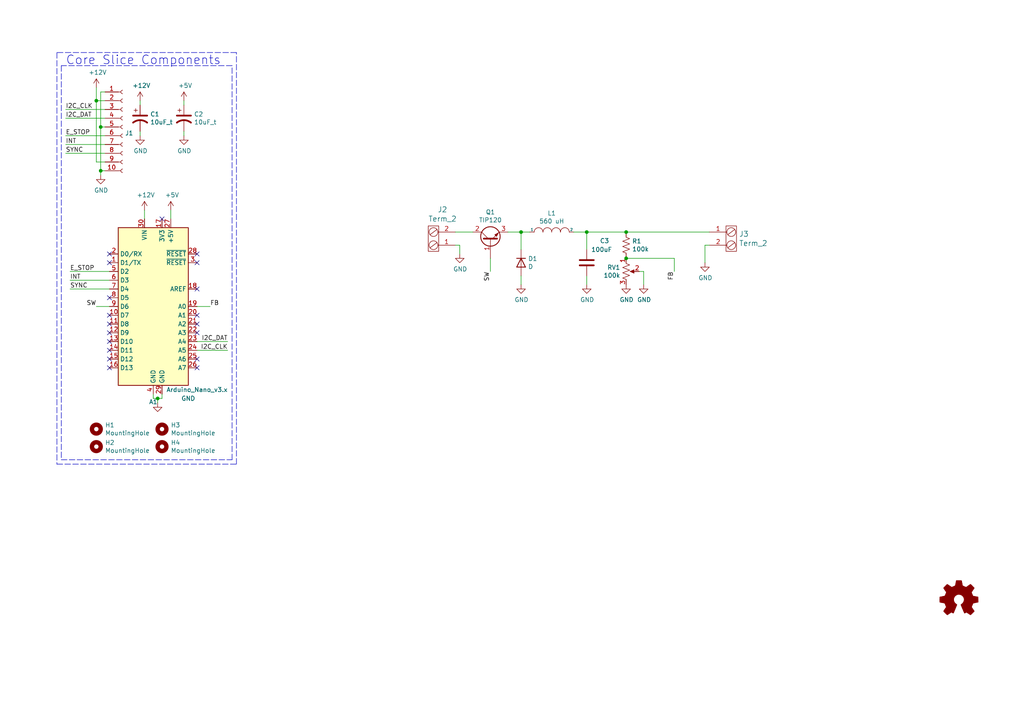
<source format=kicad_sch>
(kicad_sch (version 20231120) (generator "eeschema") (generator_version "8.0")
  (paper "A4")
  (lib_symbols
    (symbol "BREAD_Slice-rescue:+12V-power" (power) (pin_names (offset 0))
      (property "Value" "power_+12V" (at 0 3.556 0))
      (symbol "+12V-power_0_1"
        (polyline (pts (xy -0.762 1.27) (xy 0 2.54)))
        (polyline (pts (xy 0 0) (xy 0 2.54)))
        (polyline (pts (xy 0 2.54) (xy 0.762 1.27)))
      )
      (symbol "+12V-power_1_1"
        (pin power_in line (at 0 0 90) (length 0) hide (name "+12V") (number "1"))
      )
    )
    (symbol "BREAD_Slice-rescue:+5V-power" (power) (pin_names (offset 0))
      (property "Value" "power_+5V" (at 0 3.556 0))
      (symbol "+5V-power_0_1"
        (polyline (pts (xy -0.762 1.27) (xy 0 2.54)))
        (polyline (pts (xy 0 0) (xy 0 2.54)))
        (polyline (pts (xy 0 2.54) (xy 0.762 1.27)))
      )
      (symbol "+5V-power_1_1"
        (pin power_in line (at 0 0 90) (length 0) hide (name "+5V") (number "1"))
      )
    )
    (symbol "BREAD_Slice-rescue:10uF_t-OCI_UPL_2_Capacitors" (pin_numbers hide) (pin_names (offset 0.254) hide)
      (property "Reference" "C" (at 0.635 2.54 0))
      (property "Value" "OCI_UPL_2_Capacitors_10uF_t" (at 0.635 -2.54 0))
      (symbol "10uF_t-OCI_UPL_2_Capacitors_0_1"
        (polyline (pts (xy -2.032 0.762) (xy 2.032 0.762)) (stroke (width 0.508)))
        (polyline (pts (xy -1.778 2.286) (xy -0.762 2.286)))
        (polyline (pts (xy -1.27 1.778) (xy -1.27 2.794)))
        (arc (start 2.032 -1.27) (mid 0 -0.5572) (end -2.032 -1.27) (stroke (width 0.508)))
      )
      (symbol "10uF_t-OCI_UPL_2_Capacitors_1_1"
        (pin passive line (at 0 3.81 270) (length 2.794) (name "~") (number "1"))
        (pin passive line (at 0 -3.81 90) (length 3.302) (name "~") (number "2"))
      )
    )
    (symbol "BREAD_Slice-rescue:Conn_01x10_Female-Connector" (pin_names (offset 1.016) hide)
      (property "Reference" "J" (at 0 12.7 0))
      (property "Value" "Connector_Conn_01x10_Female" (at 0 -15.24 0))
      (symbol "Conn_01x10_Female-Connector_1_1"
        (arc (start 0 -12.192) (mid -0.508 -12.7) (end 0 -13.208) (stroke (width 0.1524)))
        (arc (start 0 -9.652) (mid -0.508 -10.16) (end 0 -10.668) (stroke (width 0.1524)))
        (arc (start 0 -7.112) (mid -0.508 -7.62) (end 0 -8.128) (stroke (width 0.1524)))
        (arc (start 0 -4.572) (mid -0.508 -5.08) (end 0 -5.588) (stroke (width 0.1524)))
        (arc (start 0 -2.032) (mid -0.508 -2.54) (end 0 -3.048) (stroke (width 0.1524)))
        (polyline (pts (xy -1.27 -12.7) (xy -0.508 -12.7)) (stroke (width 0.1524)))
        (polyline (pts (xy -1.27 -10.16) (xy -0.508 -10.16)) (stroke (width 0.1524)))
        (polyline (pts (xy -1.27 -7.62) (xy -0.508 -7.62)) (stroke (width 0.1524)))
        (polyline (pts (xy -1.27 -5.08) (xy -0.508 -5.08)) (stroke (width 0.1524)))
        (polyline (pts (xy -1.27 -2.54) (xy -0.508 -2.54)) (stroke (width 0.1524)))
        (polyline (pts (xy -1.27 0) (xy -0.508 0)) (stroke (width 0.1524)))
        (polyline (pts (xy -1.27 2.54) (xy -0.508 2.54)) (stroke (width 0.1524)))
        (polyline (pts (xy -1.27 5.08) (xy -0.508 5.08)) (stroke (width 0.1524)))
        (polyline (pts (xy -1.27 7.62) (xy -0.508 7.62)) (stroke (width 0.1524)))
        (polyline (pts (xy -1.27 10.16) (xy -0.508 10.16)) (stroke (width 0.1524)))
        (arc (start 0 0.508) (mid -0.508 0) (end 0 -0.508) (stroke (width 0.1524)))
        (arc (start 0 3.048) (mid -0.508 2.54) (end 0 2.032) (stroke (width 0.1524)))
        (arc (start 0 5.588) (mid -0.508 5.08) (end 0 4.572) (stroke (width 0.1524)))
        (arc (start 0 8.128) (mid -0.508 7.62) (end 0 7.112) (stroke (width 0.1524)))
        (arc (start 0 10.668) (mid -0.508 10.16) (end 0 9.652) (stroke (width 0.1524)))
        (pin passive line (at -5.08 10.16 0) (length 3.81) (name "Pin_1") (number "1"))
        (pin passive line (at -5.08 -12.7 0) (length 3.81) (name "Pin_10") (number "10"))
        (pin passive line (at -5.08 7.62 0) (length 3.81) (name "Pin_2") (number "2"))
        (pin passive line (at -5.08 5.08 0) (length 3.81) (name "Pin_3") (number "3"))
        (pin passive line (at -5.08 2.54 0) (length 3.81) (name "Pin_4") (number "4"))
        (pin passive line (at -5.08 0 0) (length 3.81) (name "Pin_5") (number "5"))
        (pin passive line (at -5.08 -2.54 0) (length 3.81) (name "Pin_6") (number "6"))
        (pin passive line (at -5.08 -5.08 0) (length 3.81) (name "Pin_7") (number "7"))
        (pin passive line (at -5.08 -7.62 0) (length 3.81) (name "Pin_8") (number "8"))
        (pin passive line (at -5.08 -10.16 0) (length 3.81) (name "Pin_9") (number "9"))
      )
    )
    (symbol "BREAD_Slice-rescue:GND-power" (power) (pin_names (offset 0))
      (property "Value" "power_GND" (at 0 -3.81 0))
      (symbol "GND-power_0_1"
        (polyline (pts (xy 0 0) (xy 0 -1.27) (xy 1.27 -1.27) (xy 0 -2.54) (xy -1.27 -1.27) (xy 0 -1.27)))
      )
      (symbol "GND-power_1_1"
        (pin power_in line (at 0 0 270) (length 0) hide (name "GND") (number "1"))
      )
    )
    (symbol "BREAD_Slice-rescue:INDUCTOR-pspice" (pin_numbers hide) (pin_names (offset 0))
      (property "Reference" "L" (at 0 2.54 0))
      (property "Value" "pspice_INDUCTOR" (at 0 -1.27 0))
      (symbol "INDUCTOR-pspice_0_1"
        (arc (start -2.54 0) (mid -3.81 1.27) (end -5.08 0))
        (arc (start 0 0) (mid -1.27 1.27) (end -2.54 0))
        (arc (start 2.54 0) (mid 1.27 1.27) (end 0 0))
        (arc (start 5.08 0) (mid 3.81 1.27) (end 2.54 0))
      )
      (symbol "INDUCTOR-pspice_1_1"
        (pin input line (at -6.35 0 0) (length 1.27) (name "1") (number "1"))
        (pin input line (at 6.35 0 180) (length 1.27) (name "2") (number "2"))
      )
    )
    (symbol "BREAD_Slice-rescue:R_POT_US-Device" (pin_names (offset 1.016) hide)
      (property "Reference" "RV" (at -4.445 0 90))
      (property "Value" "Device_R_POT_US" (at -2.54 0 90))
      (symbol "R_POT_US-Device_0_1"
        (polyline (pts (xy 0 -2.286) (xy 0 -2.54)))
        (polyline (pts (xy 0 2.54) (xy 0 2.286)))
        (polyline (pts (xy 2.54 0) (xy 1.524 0)))
        (polyline (pts (xy 1.143 0) (xy 2.286 0.508) (xy 2.286 -0.508) (xy 1.143 0)) (fill (type outline)))
        (polyline (pts (xy 0 -0.762) (xy 1.016 -1.143) (xy 0 -1.524) (xy -1.016 -1.905) (xy 0 -2.286)))
        (polyline (pts (xy 0 0.762) (xy 1.016 0.381) (xy 0 0) (xy -1.016 -0.381) (xy 0 -0.762)))
        (polyline (pts (xy 0 2.286) (xy 1.016 1.905) (xy 0 1.524) (xy -1.016 1.143) (xy 0 0.762)))
      )
      (symbol "R_POT_US-Device_1_1"
        (pin passive line (at 0 3.81 270) (length 1.27) (name "1") (number "1"))
        (pin passive line (at 3.81 0 180) (length 1.27) (name "2") (number "2"))
        (pin passive line (at 0 -3.81 90) (length 1.27) (name "3") (number "3"))
      )
    )
    (symbol "BREAD_Slice-rescue:TIP120-OCI_UPL_4_Semiconductors" (pin_names (offset 0) hide)
      (property "Reference" "Q" (at 7.62 1.27 0))
      (property "Value" "OCI_UPL_4_Semiconductors_TIP120" (at 15.24 -1.27 0))
      (symbol "TIP120-OCI_UPL_4_Semiconductors_0_1"
        (polyline (pts (xy 0.635 0.635) (xy 2.54 2.54)))
        (polyline (pts (xy 0.635 -0.635) (xy 2.54 -2.54) (xy 2.54 -2.54)))
        (polyline (pts (xy 0.635 1.905) (xy 0.635 -1.905) (xy 0.635 -1.905)) (stroke (width 0.508)))
        (polyline (pts (xy 1.27 -1.778) (xy 1.778 -1.27) (xy 2.286 -2.286) (xy 1.27 -1.778) (xy 1.27 -1.778)) (fill (type outline)))
        (circle (center 1.27 0) (radius 2.8194) (stroke (width 0.254)))
      )
      (symbol "TIP120-OCI_UPL_4_Semiconductors_1_1"
        (pin input line (at -5.08 0 0) (length 5.715) (name "B") (number "1"))
        (pin passive line (at 2.54 5.08 270) (length 2.54) (name "C") (number "2"))
        (pin passive line (at 2.54 -5.08 90) (length 2.54) (name "E") (number "3"))
      )
    )
    (symbol "BREAD_Slice-rescue:Term_2-OCI_UPL_10_Connectors" (pin_names (offset 1.016))
      (property "Reference" "J" (at 3.81 1.27 0))
      (property "Value" "OCI_UPL_10_Connectors_Term_2" (at 6.35 3.81 0))
      (symbol "Term_2-OCI_UPL_10_Connectors_0_1"
        (rectangle (start -1.524 5.588) (end 1.524 -1.778))
        (polyline (pts (xy -1.016 -0.762) (xy 1.016 0.762)))
        (polyline (pts (xy -1.016 3.048) (xy 1.016 4.572)))
        (circle (center 0 0) (radius 1.27))
        (circle (center 0 3.81) (radius 1.27))
      )
      (symbol "Term_2-OCI_UPL_10_Connectors_1_1"
        (pin input line (at -6.35 3.81 0) (length 5.08) (name "~") (number "1"))
        (pin input line (at -6.35 0 0) (length 5.08) (name "~") (number "2"))
      )
    )
    (symbol "Device:C" (pin_numbers hide) (pin_names (offset 0.254))
      (property "Reference" "C" (at 0.635 2.54 0))
      (property "Value" "C" (at 0.635 -2.54 0))
      (symbol "C_0_1"
        (polyline (pts (xy -2.032 -0.762) (xy 2.032 -0.762)) (stroke (width 0.508)))
        (polyline (pts (xy -2.032 0.762) (xy 2.032 0.762)) (stroke (width 0.508)))
      )
      (symbol "C_1_1"
        (pin passive line (at 0 3.81 270) (length 2.794) (name "~") (number "1"))
        (pin passive line (at 0 -3.81 90) (length 2.794) (name "~") (number "2"))
      )
    )
    (symbol "Device:D" (pin_numbers hide) (pin_names (offset 1.016) hide)
      (property "Reference" "D" (at 0 2.54 0))
      (property "Value" "D" (at 0 -2.54 0))
      (symbol "D_0_1"
        (polyline (pts (xy -1.27 1.27) (xy -1.27 -1.27)) (stroke (width 0.254)))
        (polyline (pts (xy 1.27 0) (xy -1.27 0)))
        (polyline (pts (xy 1.27 1.27) (xy 1.27 -1.27) (xy -1.27 0) (xy 1.27 1.27)) (stroke (width 0.254)))
      )
      (symbol "D_1_1"
        (pin passive line (at -3.81 0 0) (length 2.54) (name "K") (number "1"))
        (pin passive line (at 3.81 0 180) (length 2.54) (name "A") (number "2"))
      )
    )
    (symbol "Device:R_US" (pin_numbers hide) (pin_names (offset 0))
      (property "Reference" "R" (at 2.54 0 90))
      (property "Value" "R_US" (at -2.54 0 90))
      (symbol "R_US_0_1"
        (polyline (pts (xy 0 -2.286) (xy 0 -2.54)))
        (polyline (pts (xy 0 2.286) (xy 0 2.54)))
        (polyline (pts (xy 0 -0.762) (xy 1.016 -1.143) (xy 0 -1.524) (xy -1.016 -1.905) (xy 0 -2.286)))
        (polyline (pts (xy 0 0.762) (xy 1.016 0.381) (xy 0 0) (xy -1.016 -0.381) (xy 0 -0.762)))
        (polyline (pts (xy 0 2.286) (xy 1.016 1.905) (xy 0 1.524) (xy -1.016 1.143) (xy 0 0.762)))
      )
      (symbol "R_US_1_1"
        (pin passive line (at 0 3.81 270) (length 1.27) (name "~") (number "1"))
        (pin passive line (at 0 -3.81 90) (length 1.27) (name "~") (number "2"))
      )
    )
    (symbol "Graphic:Logo_Open_Hardware_Small" (in_bom no) (on_board no)
      (symbol "Logo_Open_Hardware_Small_0_1"
        (polyline (pts (xy 3.3528 -4.3434) (xy 3.302 -4.318) (xy 3.175 -4.2418) (xy 2.9972 -4.1148) (xy 2.7686 -3.9624) (xy 2.54 -3.81) (xy 2.3622 -3.7084) (xy 2.2352 -3.6068) (xy 2.1844 -3.5814) (xy 2.159 -3.6068) (xy 2.0574 -3.6576) (xy 1.905 -3.7338) (xy 1.8034 -3.7846) (xy 1.6764 -3.8354) (xy 1.6002 -3.8354) (xy 1.6002 -3.8354) (xy 1.5494 -3.7338) (xy 1.4732 -3.5306) (xy 1.3462 -3.302) (xy 1.2446 -3.0226) (xy 1.1176 -2.7178) (xy 0.9652 -2.413) (xy 0.8636 -2.1082) (xy 0.7366 -1.8288) (xy 0.6604 -1.6256) (xy 0.6096 -1.4732) (xy 0.5842 -1.397) (xy 0.5842 -1.397) (xy 0.6604 -1.3208) (xy 0.7874 -1.2446) (xy 1.0414 -1.016) (xy 1.2954 -0.6858) (xy 1.4478 -0.3302) (xy 1.524 0.0762) (xy 1.4732 0.4572) (xy 1.3208 0.8128) (xy 1.0668 1.143) (xy 0.762 1.3716) (xy 0.4064 1.524) (xy 0 1.5748) (xy -0.381 1.5494) (xy -0.7366 1.397) (xy -1.0668 1.143) (xy -1.2192 0.9906) (xy -1.397 0.6604) (xy -1.524 0.3048) (xy -1.524 0.2286) (xy -1.4986 -0.1778) (xy -1.397 -0.5334) (xy -1.1938 -0.8636) (xy -0.9144 -1.143) (xy -0.8636 -1.1684) (xy -0.7366 -1.27) (xy -0.635 -1.3462) (xy -0.5842 -1.397) (xy -1.0668 -2.5908) (xy -1.143 -2.794) (xy -1.2954 -3.1242) (xy -1.397 -3.4036) (xy -1.4986 -3.6322) (xy -1.5748 -3.7846) (xy -1.6002 -3.8354) (xy -1.6002 -3.8354) (xy -1.651 -3.8354) (xy -1.7272 -3.81) (xy -1.905 -3.7338) (xy -2.0066 -3.683) (xy -2.1336 -3.6068) (xy -2.2098 -3.5814) (xy -2.2606 -3.6068) (xy -2.3622 -3.683) (xy -2.54 -3.81) (xy -2.7686 -3.9624) (xy -2.9718 -4.0894) (xy -3.1496 -4.2164) (xy -3.302 -4.318) (xy -3.3528 -4.3434) (xy -3.3782 -4.3434) (xy -3.429 -4.318) (xy -3.5306 -4.2164) (xy -3.7084 -4.064) (xy -3.937 -3.8354) (xy -3.9624 -3.81) (xy -4.1656 -3.6068) (xy -4.318 -3.4544) (xy -4.4196 -3.3274) (xy -4.445 -3.2766) (xy -4.445 -3.2766) (xy -4.4196 -3.2258) (xy -4.318 -3.0734) (xy -4.2164 -2.8956) (xy -4.064 -2.667) (xy -3.6576 -2.0828) (xy -3.8862 -1.5494) (xy -3.937 -1.3716) (xy -4.0386 -1.1684) (xy -4.0894 -1.0414) (xy -4.1148 -0.9652) (xy -4.191 -0.9398) (xy -4.318 -0.9144) (xy -4.5466 -0.8636) (xy -4.8006 -0.8128) (xy -5.0546 -0.7874) (xy -5.2578 -0.7366) (xy -5.4356 -0.7112) (xy -5.5118 -0.6858) (xy -5.5118 -0.6858) (xy -5.5372 -0.635) (xy -5.5372 -0.5588) (xy -5.5372 -0.4318) (xy -5.5626 -0.2286) (xy -5.5626 0.0762) (xy -5.5626 0.127) (xy -5.5372 0.4064) (xy -5.5372 0.635) (xy -5.5372 0.762) (xy -5.5372 0.8382) (xy -5.5372 0.8382) (xy -5.461 0.8382) (xy -5.3086 0.889) (xy -5.08 0.9144) (xy -4.826 0.9652) (xy -4.8006 0.9906) (xy -4.5466 1.0414) (xy -4.318 1.0668) (xy -4.1656 1.1176) (xy -4.0894 1.143) (xy -4.0894 1.143) (xy -4.0386 1.2446) (xy -3.9624 1.4224) (xy -3.8608 1.6256) (xy -3.7846 1.8288) (xy -3.7084 2.0066) (xy -3.6576 2.159) (xy -3.6322 2.2098) (xy -3.6322 2.2098) (xy -3.683 2.286) (xy -3.7592 2.413) (xy -3.8862 2.5908) (xy -4.064 2.8194) (xy -4.064 2.8448) (xy -4.2164 3.0734) (xy -4.3434 3.2512) (xy -4.4196 3.3782) (xy -4.445 3.4544) (xy -4.445 3.4544) (xy -4.3942 3.5052) (xy -4.2926 3.6322) (xy -4.1148 3.81) (xy -3.937 4.0132) (xy -3.8608 4.064) (xy -3.6576 4.2926) (xy -3.5052 4.4196) (xy -3.4036 4.4958) (xy -3.3528 4.5212) (xy -3.3528 4.5212) (xy -3.302 4.4704) (xy -3.1496 4.3688) (xy -2.9718 4.2418) (xy -2.7432 4.0894) (xy -2.7178 4.0894) (xy -2.4892 3.937) (xy -2.3114 3.81) (xy -2.1844 3.7084) (xy -2.1336 3.683) (xy -2.1082 3.683) (xy -2.032 3.7084) (xy -1.8542 3.7592) (xy -1.6764 3.8354) (xy -1.4732 3.937) (xy -1.27 4.0132) (xy -1.143 4.064) (xy -1.0668 4.1148) (xy -1.0668 4.1148) (xy -1.0414 4.191) (xy -1.016 4.3434) (xy -0.9652 4.572) (xy -0.9144 4.8514) (xy -0.889 4.9022) (xy -0.8382 5.1562) (xy -0.8128 5.3848) (xy -0.7874 5.5372) (xy -0.762 5.588) (xy -0.7112 5.6134) (xy -0.5842 5.6134) (xy -0.4064 5.6134) (xy -0.1524 5.6134) (xy 0.0762 5.6134) (xy 0.3302 5.6134) (xy 0.5334 5.6134) (xy 0.6858 5.588) (xy 0.7366 5.588) (xy 0.7366 5.588) (xy 0.762 5.5118) (xy 0.8128 5.334) (xy 0.8382 5.1054) (xy 0.9144 4.826) (xy 0.9144 4.7752) (xy 0.9652 4.5212) (xy 1.016 4.2926) (xy 1.0414 4.1402) (xy 1.0668 4.0894) (xy 1.0668 4.0894) (xy 1.1938 4.0386) (xy 1.3716 3.9624) (xy 1.5748 3.8608) (xy 2.0828 3.6576) (xy 2.7178 4.0894) (xy 2.7686 4.1402) (xy 2.9972 4.2926) (xy 3.175 4.4196) (xy 3.302 4.4958) (xy 3.3782 4.5212) (xy 3.3782 4.5212) (xy 3.429 4.4704) (xy 3.556 4.3434) (xy 3.7338 4.191) (xy 3.9116 3.9878) (xy 4.064 3.8354) (xy 4.2418 3.6576) (xy 4.3434 3.556) (xy 4.4196 3.4798) (xy 4.4196 3.429) (xy 4.4196 3.4036) (xy 4.3942 3.3274) (xy 4.2926 3.2004) (xy 4.1656 2.9972) (xy 4.0132 2.794) (xy 3.8862 2.5908) (xy 3.7592 2.3876) (xy 3.6576 2.2352) (xy 3.6322 2.159) (xy 3.6322 2.1336) (xy 3.683 2.0066) (xy 3.7592 1.8288) (xy 3.8608 1.6002) (xy 4.064 1.1176) (xy 4.3942 1.0414) (xy 4.5974 1.016) (xy 4.8768 0.9652) (xy 5.1308 0.9144) (xy 5.5372 0.8382) (xy 5.5626 -0.6604) (xy 5.4864 -0.6858) (xy 5.4356 -0.6858) (xy 5.2832 -0.7366) (xy 5.0546 -0.762) (xy 4.8006 -0.8128) (xy 4.5974 -0.8636) (xy 4.3688 -0.9144) (xy 4.2164 -0.9398) (xy 4.1402 -0.9398) (xy 4.1148 -0.9652) (xy 4.064 -1.0668) (xy 3.9878 -1.2446) (xy 3.9116 -1.4478) (xy 3.81 -1.651) (xy 3.7338 -1.8542) (xy 3.683 -2.0066) (xy 3.6576 -2.0828) (xy 3.683 -2.1336) (xy 3.7846 -2.2606) (xy 3.8862 -2.4638) (xy 4.0386 -2.667) (xy 4.191 -2.8956) (xy 4.318 -3.0734) (xy 4.3942 -3.2004) (xy 4.445 -3.2766) (xy 4.4196 -3.3274) (xy 4.3434 -3.429) (xy 4.1656 -3.5814) (xy 3.937 -3.8354) (xy 3.8862 -3.8608) (xy 3.683 -4.064) (xy 3.5306 -4.2164) (xy 3.4036 -4.318) (xy 3.3528 -4.3434)) (fill (type outline)))
      )
    )
    (symbol "MCU_Module:Arduino_Nano_v3.x"
      (property "Reference" "A" (at -10.16 23.495 0))
      (property "Value" "Arduino_Nano_v3.x" (at 5.08 -24.13 0))
      (symbol "Arduino_Nano_v3.x_0_1"
        (rectangle (start -10.16 22.86) (end 10.16 -22.86) (stroke (width 0.254)) (fill (type background)))
      )
      (symbol "Arduino_Nano_v3.x_1_1"
        (pin bidirectional line (at -12.7 12.7 0) (length 2.54) (name "D1/TX") (number "1"))
        (pin bidirectional line (at -12.7 -2.54 0) (length 2.54) (name "D7") (number "10"))
        (pin bidirectional line (at -12.7 -5.08 0) (length 2.54) (name "D8") (number "11"))
        (pin bidirectional line (at -12.7 -7.62 0) (length 2.54) (name "D9") (number "12"))
        (pin bidirectional line (at -12.7 -10.16 0) (length 2.54) (name "D10") (number "13"))
        (pin bidirectional line (at -12.7 -12.7 0) (length 2.54) (name "D11") (number "14"))
        (pin bidirectional line (at -12.7 -15.24 0) (length 2.54) (name "D12") (number "15"))
        (pin bidirectional line (at -12.7 -17.78 0) (length 2.54) (name "D13") (number "16"))
        (pin power_out line (at 2.54 25.4 270) (length 2.54) (name "3V3") (number "17"))
        (pin input line (at 12.7 5.08 180) (length 2.54) (name "AREF") (number "18"))
        (pin bidirectional line (at 12.7 0 180) (length 2.54) (name "A0") (number "19"))
        (pin bidirectional line (at -12.7 15.24 0) (length 2.54) (name "D0/RX") (number "2"))
        (pin bidirectional line (at 12.7 -2.54 180) (length 2.54) (name "A1") (number "20"))
        (pin bidirectional line (at 12.7 -5.08 180) (length 2.54) (name "A2") (number "21"))
        (pin bidirectional line (at 12.7 -7.62 180) (length 2.54) (name "A3") (number "22"))
        (pin bidirectional line (at 12.7 -10.16 180) (length 2.54) (name "A4") (number "23"))
        (pin bidirectional line (at 12.7 -12.7 180) (length 2.54) (name "A5") (number "24"))
        (pin bidirectional line (at 12.7 -15.24 180) (length 2.54) (name "A6") (number "25"))
        (pin bidirectional line (at 12.7 -17.78 180) (length 2.54) (name "A7") (number "26"))
        (pin power_out line (at 5.08 25.4 270) (length 2.54) (name "+5V") (number "27"))
        (pin input line (at 12.7 15.24 180) (length 2.54) (name "~{RESET}") (number "28"))
        (pin power_in line (at 2.54 -25.4 90) (length 2.54) (name "GND") (number "29"))
        (pin input line (at 12.7 12.7 180) (length 2.54) (name "~{RESET}") (number "3"))
        (pin power_in line (at -2.54 25.4 270) (length 2.54) (name "VIN") (number "30"))
        (pin power_in line (at 0 -25.4 90) (length 2.54) (name "GND") (number "4"))
        (pin bidirectional line (at -12.7 10.16 0) (length 2.54) (name "D2") (number "5"))
        (pin bidirectional line (at -12.7 7.62 0) (length 2.54) (name "D3") (number "6"))
        (pin bidirectional line (at -12.7 5.08 0) (length 2.54) (name "D4") (number "7"))
        (pin bidirectional line (at -12.7 2.54 0) (length 2.54) (name "D5") (number "8"))
        (pin bidirectional line (at -12.7 0 0) (length 2.54) (name "D6") (number "9"))
      )
    )
    (symbol "Mechanical:MountingHole" (pin_names (offset 1.016)) (exclude_from_sim yes) (in_bom no)
      (property "Reference" "H" (at 0 5.08 0))
      (property "Value" "MountingHole" (at 0 3.175 0))
      (symbol "MountingHole_0_1"
        (circle (center 0 0) (radius 1.27) (stroke (width 1.27)))
      )
    )
  )
  (junction (at 181.61 74.93))
  (junction (at 45.72 115.57))
  (junction (at 151.13 67.31))
  (junction (at 29.21 36.83))
  (junction (at 27.94 29.21))
  (junction (at 181.61 67.31))
  (junction (at 29.21 49.53))
  (junction (at 170.18 67.31))
  (no_connect (at 57.15 76.2))
  (no_connect (at 31.75 96.52))
  (no_connect (at 31.75 91.44))
  (no_connect (at 57.15 91.44))
  (no_connect (at 46.99 63.5))
  (no_connect (at 31.75 101.6))
  (no_connect (at 31.75 86.36))
  (no_connect (at 31.75 104.14))
  (no_connect (at 57.15 83.82))
  (no_connect (at 31.75 76.2))
  (no_connect (at 57.15 73.66))
  (no_connect (at 57.15 93.98))
  (no_connect (at 31.75 93.98))
  (no_connect (at 31.75 99.06))
  (no_connect (at 57.15 106.68))
  (no_connect (at 31.75 73.66))
  (no_connect (at 31.75 106.68))
  (no_connect (at 57.15 96.52))
  (no_connect (at 57.15 104.14))
  (wire (pts (xy 30.48 36.83) (xy 29.21 36.83)))
  (polyline (pts (xy 67.31 133.35) (xy 67.31 19.05)) (stroke (width 0) (type dash)))
  (wire (pts (xy 53.34 30.48) (xy 53.34 29.21)))
  (polyline (pts (xy 67.31 19.05) (xy 17.78 19.05)) (stroke (width 0) (type dash)))
  (wire (pts (xy 30.48 46.99) (xy 27.94 46.99)))
  (wire (pts (xy 170.18 67.31) (xy 181.61 67.31)))
  (wire (pts (xy 30.48 49.53) (xy 29.21 49.53)))
  (wire (pts (xy 45.72 115.57) (xy 46.99 115.57)))
  (wire (pts (xy 30.48 31.75) (xy 19.05 31.75)))
  (wire (pts (xy 40.64 30.48) (xy 40.64 29.21)))
  (wire (pts (xy 27.94 25.4) (xy 27.94 29.21)))
  (wire (pts (xy 40.64 39.37) (xy 40.64 38.1)))
  (polyline (pts (xy 68.58 134.62) (xy 68.58 15.24)) (stroke (width 0) (type dash)))
  (wire (pts (xy 166.37 67.31) (xy 170.18 67.31)))
  (wire (pts (xy 147.32 67.31) (xy 151.13 67.31)))
  (wire (pts (xy 27.94 46.99) (xy 27.94 29.21)))
  (wire (pts (xy 142.24 78.74) (xy 142.24 74.93)))
  (wire (pts (xy 132.08 71.12) (xy 133.35 71.12)))
  (polyline (pts (xy 16.51 134.62) (xy 68.58 134.62)) (stroke (width 0) (type dash)))
  (wire (pts (xy 151.13 72.39) (xy 151.13 67.31)))
  (wire (pts (xy 186.69 78.74) (xy 186.69 82.55)))
  (wire (pts (xy 27.94 29.21) (xy 30.48 29.21)))
  (wire (pts (xy 44.45 114.3) (xy 44.45 115.57)))
  (wire (pts (xy 29.21 26.67) (xy 30.48 26.67)))
  (wire (pts (xy 181.61 74.93) (xy 195.58 74.93)))
  (wire (pts (xy 19.05 34.29) (xy 30.48 34.29)))
  (wire (pts (xy 60.96 88.9) (xy 57.15 88.9)))
  (wire (pts (xy 49.53 60.96) (xy 49.53 63.5)))
  (polyline (pts (xy 16.51 15.24) (xy 16.51 134.62)) (stroke (width 0) (type dash)))
  (polyline (pts (xy 17.78 133.35) (xy 67.31 133.35)) (stroke (width 0) (type dash)))
  (wire (pts (xy 20.32 81.28) (xy 31.75 81.28)))
  (wire (pts (xy 170.18 80.01) (xy 170.18 82.55)))
  (wire (pts (xy 53.34 39.37) (xy 53.34 38.1)))
  (wire (pts (xy 132.08 67.31) (xy 137.16 67.31)))
  (wire (pts (xy 31.75 78.74) (xy 20.32 78.74)))
  (wire (pts (xy 45.72 115.57) (xy 45.72 116.84)))
  (wire (pts (xy 30.48 39.37) (xy 19.05 39.37)))
  (wire (pts (xy 133.35 71.12) (xy 133.35 73.66)))
  (wire (pts (xy 181.61 67.31) (xy 205.74 67.31)))
  (polyline (pts (xy 17.78 19.05) (xy 17.78 133.35)) (stroke (width 0) (type dash)))
  (wire (pts (xy 205.74 71.12) (xy 204.47 71.12)))
  (wire (pts (xy 29.21 36.83) (xy 29.21 26.67)))
  (wire (pts (xy 19.05 44.45) (xy 30.48 44.45)))
  (wire (pts (xy 31.75 88.9) (xy 27.94 88.9)))
  (wire (pts (xy 151.13 82.55) (xy 151.13 80.01)))
  (wire (pts (xy 151.13 67.31) (xy 153.67 67.31)))
  (wire (pts (xy 195.58 74.93) (xy 195.58 78.74)))
  (wire (pts (xy 204.47 71.12) (xy 204.47 76.2)))
  (wire (pts (xy 57.15 101.6) (xy 66.04 101.6)))
  (wire (pts (xy 19.05 41.91) (xy 30.48 41.91)))
  (wire (pts (xy 66.04 99.06) (xy 57.15 99.06)))
  (wire (pts (xy 29.21 49.53) (xy 29.21 36.83)))
  (wire (pts (xy 44.45 115.57) (xy 45.72 115.57)))
  (wire (pts (xy 41.91 60.96) (xy 41.91 63.5)))
  (wire (pts (xy 170.18 72.39) (xy 170.18 67.31)))
  (wire (pts (xy 46.99 115.57) (xy 46.99 114.3)))
  (polyline (pts (xy 68.58 15.24) (xy 16.51 15.24)) (stroke (width 0) (type dash)))
  (wire (pts (xy 20.32 83.82) (xy 31.75 83.82)))
  (wire (pts (xy 29.21 50.8) (xy 29.21 49.53)))
  (wire (pts (xy 185.42 78.74) (xy 186.69 78.74)))
  (text "Core Slice Components" (at 19.05 19.05 0) (effects (font (size 2.54 2.54)) (justify left bottom)))
  (label "SYNC" (at 20.32 83.82 0))
  (label "SW" (at 27.94 88.9 180))
  (label "INT" (at 20.32 81.28 0))
  (label "SYNC" (at 19.05 44.45 0))
  (label "I2C_DAT" (at 19.05 34.29 0))
  (label "I2C_CLK" (at 19.05 31.75 0))
  (label "FB" (at 60.96 88.9 0))
  (label "INT" (at 19.05 41.91 0))
  (label "E_STOP" (at 20.32 78.74 0))
  (label "I2C_CLK" (at 66.04 101.6 180))
  (label "E_STOP" (at 19.05 39.37 0))
  (label "FB" (at 195.58 78.74 270))
  (label "SW" (at 142.24 78.74 270))
  (label "I2C_DAT" (at 66.04 99.06 180))
  (symbol (lib_id "BREAD_Slice-rescue:GND-power") (at 45.72 116.84 0) (unit 1)
    (property "Reference" "#PWR06" (effects (hide yes)))
    (property "Value" "GND" (at 54.61 115.57 0))
  )
  (symbol (lib_id "BREAD_Slice-rescue:+5V-power") (at 49.53 60.96 0) (unit 1)
    (property "Reference" "#PWR07" (effects (hide yes)))
    (property "Value" "+5V" (at 49.911 56.5658 0))
  )
  (symbol (lib_id "BREAD_Slice-rescue:+12V-power") (at 41.91 60.96 0) (unit 1)
    (property "Reference" "#PWR05" (effects (hide yes)))
    (property "Value" "+12V" (at 42.291 56.5658 0))
  )
  (symbol (lib_id "BREAD_Slice-rescue:10uF_t-OCI_UPL_2_Capacitors") (at 40.64 34.29 0) (unit 1)
    (property "Reference" "C1" (at 43.561 33.1216 0) (effects (justify left)))
    (property "Value" "10uF_t" (at 43.561 35.433 0) (effects (justify left)))
    (property "Footprint" "OCI_UPL_FOOTPRINTS:C_2312" (effects (hide yes)))
    (property "Datasheet" "https://www.digikey.com/short/qcd8n7" (effects (hide yes)))
    (property "Part #" "T491C106K025AT" (effects (hide yes)))
    (property "UPL #" "2.021" (effects (hide yes)))
  )
  (symbol (lib_id "BREAD_Slice-rescue:GND-power") (at 40.64 39.37 0) (unit 1)
    (property "Reference" "#PWR04" (effects (hide yes)))
    (property "Value" "GND" (at 40.767 43.7642 0))
  )
  (symbol (lib_id "Mechanical:MountingHole") (at 27.94 124.46 0) (unit 1)
    (property "Reference" "H1" (at 30.48 123.2916 0) (effects (justify left)))
    (property "Value" "MountingHole" (at 30.48 125.603 0) (effects (justify left)))
    (property "Footprint" "MountingHole:MountingHole_3.2mm_M3_DIN965_Pad" (effects (hide yes)))
  )
  (symbol (lib_id "Mechanical:MountingHole") (at 46.99 124.46 0) (unit 1)
    (property "Reference" "H3" (at 49.53 123.2916 0) (effects (justify left)))
    (property "Value" "MountingHole" (at 49.53 125.603 0) (effects (justify left)))
    (property "Footprint" "MountingHole:MountingHole_3.2mm_M3_DIN965_Pad" (effects (hide yes)))
  )
  (symbol (lib_id "Mechanical:MountingHole") (at 27.94 129.54 0) (unit 1)
    (property "Reference" "H2" (at 30.48 128.3716 0) (effects (justify left)))
    (property "Value" "MountingHole" (at 30.48 130.683 0) (effects (justify left)))
    (property "Footprint" "MountingHole:MountingHole_3.2mm_M3_DIN965_Pad" (effects (hide yes)))
  )
  (symbol (lib_id "Mechanical:MountingHole") (at 46.99 129.54 0) (unit 1)
    (property "Reference" "H4" (at 49.53 128.3716 0) (effects (justify left)))
    (property "Value" "MountingHole" (at 49.53 130.683 0) (effects (justify left)))
    (property "Footprint" "MountingHole:MountingHole_3.2mm_M3_DIN965_Pad" (effects (hide yes)))
  )
  (symbol (lib_id "MCU_Module:Arduino_Nano_v3.x") (at 44.45 88.9 0) (unit 1)
    (property "Reference" "A1" (at 44.45 116.5606 0))
    (property "Value" "Arduino_Nano_v3.x" (at 57.15 113.03 0))
    (property "Footprint" "Module:Arduino_Nano" (effects (hide yes)))
    (property "Datasheet" "http://www.mouser.com/pdfdocs/Gravitech_Arduino_Nano3_0.pdf" (effects (hide yes)))
  )
  (symbol (lib_id "Graphic:Logo_Open_Hardware_Small") (at 278.13 173.99 0) (unit 1)
    (property "Reference" "Logo1" (effects (hide yes)))
    (property "Value" "Logo_Open_Hardware_Small" (effects (hide yes)))
    (property "Footprint" "Symbol:OSHW-Symbol_6.7x6mm_SilkScreen" (effects (hide yes)))
  )
  (symbol (lib_id "BREAD_Slice-rescue:Conn_01x10_Female-Connector") (at 35.56 36.83 0) (unit 1)
    (property "Reference" "J1" (at 36.2712 38.608 0) (effects (justify left)))
    (property "Value" "Conn_01x10_Female" (effects (hide yes)))
    (property "Footprint" "Connector_PinSocket_2.54mm:PinSocket_1x10_P2.54mm_Horizontal" (effects (hide yes)))
  )
  (symbol (lib_id "BREAD_Slice-rescue:+12V-power") (at 27.94 25.4 0) (unit 1)
    (property "Reference" "#PWR01" (effects (hide yes)))
    (property "Value" "+12V" (at 28.321 21.0058 0))
  )
  (symbol (lib_id "BREAD_Slice-rescue:GND-power") (at 29.21 50.8 0) (unit 1)
    (property "Reference" "#PWR02" (effects (hide yes)))
    (property "Value" "GND" (at 29.337 55.1942 0))
  )
  (symbol (lib_id "BREAD_Slice-rescue:+12V-power") (at 40.64 29.21 0) (unit 1)
    (property "Reference" "#PWR03" (effects (hide yes)))
    (property "Value" "+12V" (at 41.021 24.8158 0))
  )
  (symbol (lib_id "BREAD_Slice-rescue:10uF_t-OCI_UPL_2_Capacitors") (at 53.34 34.29 0) (unit 1)
    (property "Reference" "C2" (at 56.261 33.1216 0) (effects (justify left)))
    (property "Value" "10uF_t" (at 56.261 35.433 0) (effects (justify left)))
    (property "Footprint" "OCI_UPL_FOOTPRINTS:C_2312" (effects (hide yes)))
    (property "Datasheet" "https://www.digikey.com/short/qcd8n7" (effects (hide yes)))
    (property "Part #" "T491C106K025AT" (effects (hide yes)))
    (property "UPL #" "2.021" (effects (hide yes)))
  )
  (symbol (lib_id "BREAD_Slice-rescue:GND-power") (at 53.34 39.37 0) (unit 1)
    (property "Reference" "#PWR09" (effects (hide yes)))
    (property "Value" "GND" (at 53.467 43.7642 0))
  )
  (symbol (lib_id "BREAD_Slice-rescue:+5V-power") (at 53.34 29.21 0) (unit 1)
    (property "Reference" "#PWR08" (effects (hide yes)))
    (property "Value" "+5V" (at 53.721 24.8158 0))
  )
  (symbol (lib_id "BREAD_Slice-rescue:TIP120-OCI_UPL_4_Semiconductors") (at 142.24 69.85 90) (unit 1)
    (property "Reference" "Q1" (at 142.24 61.5188 90))
    (property "Value" "TIP120" (at 142.24 63.8302 90))
    (property "Footprint" "OCI_UPL_FOOTPRINTS:TO-220_Neutral123_Vertical_LargePads" (effects (hide yes)))
    (property "Datasheet" "https://www.digikey.com/short/q75wn4" (effects (hide yes)))
    (property "Part #" "TIP120" (effects (hide yes)))
    (property "UPL #" "4.023" (effects (hide yes)))
  )
  (symbol (lib_id "BREAD_Slice-rescue:INDUCTOR-pspice") (at 160.02 67.31 0) (unit 1)
    (property "Reference" "L1" (at 160.02 61.849 0))
    (property "Value" "560 uH" (at 160.02 64.1604 0))
    (property "Footprint" "Inductor_THT:L_Radial_D28.0mm_P29.20mm" (effects (hide yes)))
  )
  (symbol (lib_id "Device:C") (at 170.18 76.2 0) (unit 1)
    (property "Reference" "C3" (at 173.99 69.85 0) (effects (justify left)))
    (property "Value" "100uF" (at 171.45 72.39 0) (effects (justify left)))
    (property "Footprint" "OCI_UPL_FOOTPRINTS:C_Radial_D8_L11.5_P3.5" (effects (hide yes)))
  )
  (symbol (lib_id "BREAD_Slice-rescue:Term_2-OCI_UPL_10_Connectors") (at 212.09 71.12 0) (unit 1)
    (property "Reference" "J3" (at 214.3252 67.8688 0) (effects (font (size 1.524 1.524)) (justify left)))
    (property "Value" "Term_2" (at 214.3252 70.5612 0) (effects (font (size 1.524 1.524)) (justify left)))
    (property "Footprint" "OCI_UPL_FOOTPRINTS:TerminalBlock_Pheonix_MKDS1.5-2pol" (effects (hide yes)))
    (property "Datasheet" "https://www.digikey.com/short/q7wbhd" (effects (hide yes)))
    (property "Part #" "1935161" (effects (hide yes)))
    (property "UPL #" "10.003" (effects (hide yes)))
  )
  (symbol (lib_id "Device:D") (at 151.13 76.2 270) (unit 1)
    (property "Reference" "D1" (at 153.162 75.0316 90) (effects (justify left)))
    (property "Value" "D" (at 153.162 77.343 90) (effects (justify left)))
    (property "Footprint" "OCI_UPL_FOOTPRINTS:Diode_DO-41_SOD81_Horizontal_RM10" (effects (hide yes)))
  )
  (symbol (lib_id "BREAD_Slice-rescue:GND-power") (at 204.47 76.2 0) (unit 1)
    (property "Reference" "#PWR0101" (effects (hide yes)))
    (property "Value" "GND" (at 204.597 80.5942 0))
  )
  (symbol (lib_id "BREAD_Slice-rescue:GND-power") (at 170.18 82.55 0) (unit 1)
    (property "Reference" "#PWR0102" (effects (hide yes)))
    (property "Value" "GND" (at 170.307 86.9442 0))
  )
  (symbol (lib_id "BREAD_Slice-rescue:GND-power") (at 151.13 82.55 0) (unit 1)
    (property "Reference" "#PWR0103" (effects (hide yes)))
    (property "Value" "GND" (at 151.257 86.9442 0))
  )
  (symbol (lib_id "Device:R_US") (at 181.61 71.12 0) (unit 1)
    (property "Reference" "R1" (at 183.3372 69.9516 0) (effects (justify left)))
    (property "Value" "100k" (at 183.3372 72.263 0) (effects (justify left)))
    (property "Footprint" "Resistor_THT:R_Axial_DIN0309_L9.0mm_D3.2mm_P15.24mm_Horizontal" (effects (hide yes)))
  )
  (symbol (lib_id "BREAD_Slice-rescue:GND-power") (at 181.61 82.55 0) (unit 1)
    (property "Reference" "#PWR0104" (effects (hide yes)))
    (property "Value" "GND" (at 181.737 86.9442 0))
  )
  (symbol (lib_id "BREAD_Slice-rescue:Term_2-OCI_UPL_10_Connectors") (at 125.73 67.31 180) (unit 1)
    (property "Reference" "J2" (at 128.3462 60.7822 0) (effects (font (size 1.524 1.524))))
    (property "Value" "Term_2" (at 128.3462 63.4746 0) (effects (font (size 1.524 1.524))))
    (property "Footprint" "OCI_UPL_FOOTPRINTS:TerminalBlock_Pheonix_MKDS1.5-2pol" (effects (hide yes)))
    (property "Datasheet" "https://www.digikey.com/short/q7wbhd" (effects (hide yes)))
    (property "Part #" "1935161" (effects (hide yes)))
    (property "UPL #" "10.003" (effects (hide yes)))
  )
  (symbol (lib_id "BREAD_Slice-rescue:GND-power") (at 133.35 73.66 0) (unit 1)
    (property "Reference" "#PWR0105" (effects (hide yes)))
    (property "Value" "GND" (at 133.477 78.0542 0))
  )
  (symbol (lib_id "BREAD_Slice-rescue:R_POT_US-Device") (at 181.61 78.74 0) (unit 1)
    (property "Reference" "RV1" (at 179.9082 77.5716 0) (effects (justify right)))
    (property "Value" "100k" (at 179.9082 79.883 0) (effects (justify right)))
    (property "Footprint" "Potentiometer_THT:Potentiometer_Bourns_3266W_Vertical" (effects (hide yes)))
  )
  (symbol (lib_id "BREAD_Slice-rescue:GND-power") (at 186.69 82.55 0) (unit 1)
    (property "Reference" "#PWR0106" (effects (hide yes)))
    (property "Value" "GND" (at 186.817 86.9442 0))
  )
)
</source>
